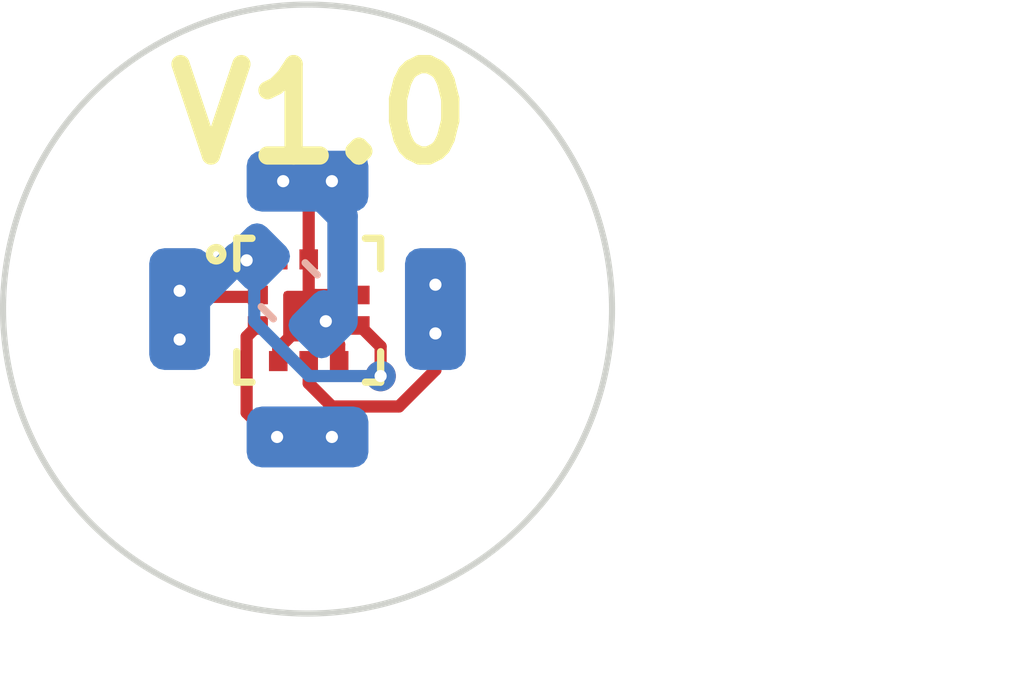
<source format=kicad_pcb>
(kicad_pcb (version 20211014) (generator pcbnew)
  (layers (0 "F.Cu" signal) (31 "B.Cu" signal) (34 "B.Paste" user) (35 "F.Paste" user) (36 "B.SilkS" user "B.Silkscreen") (37 "F.SilkS" user "F.Silkscreen") (38 "B.Mask" user) (39 "F.Mask" user) (44 "Edge.Cuts" user))
  (net 0 "")
  (net 1 "Net-(J1-Pad1)")
  (net 2 "Net-(J2-Pad1)")
  (net 3 "/VCC")
  (net 4 "/GND")
  (footprint "Bergi:HLGA-10L" (layer "F.Cu") (at 163 74)
    (fp_text reference "U1" hide)
    (fp_text value "ILPS22QS" hide)
    (fp_line (start -1.162 -1.162) (end -1.162 -0.662503) (layer "F.SilkS") (width 0.12))
    (fp_line (start -1.162 1.2002) (end -0.912566 1.2002) (layer "F.SilkS") (width 0.12))
    (fp_line (start 1.2002 -0.662503) (end 1.2002 -1.162) (layer "F.SilkS") (width 0.12))
    (fp_line (start 1.2002 1.2002) (end 1.2002 0.700703) (layer "F.SilkS") (width 0.12))
    (fp_line (start -0.912566 -1.162) (end -1.162 -1.162) (layer "F.SilkS") (width 0.12))
    (fp_line (start 1.2002 -1.162) (end 0.950766 -1.162) (layer "F.SilkS") (width 0.12))
    (fp_line (start -1.162 0.700703) (end -1.162 1.2002) (layer "F.SilkS") (width 0.12))
    (fp_line (start 0.950766 1.2002) (end 1.2002 1.2002) (layer "F.SilkS") (width 0.12))
    (fp_circle (center -1.5 -0.9) (end -1.45 -0.9) (layer "F.SilkS") (width 0.12) (fill none))
    (pad "1" smd rect (at -0.815801 -0.230963 90) (size 0.3048 0.3302) (layers "F.Cu" "F.Paste" "F.Mask") (net 3 "/VCC"))
    (pad "2" smd rect (at -0.815801 0.269163 90) (size 0.3048 0.3302) (layers "F.Cu" "F.Paste" "F.Mask") (net 1 "Net-(J1-Pad1)"))
    (pad "3" smd rect (at -0.481026 0.854001) (size 0.3048 0.3302) (layers "F.Cu" "F.Paste" "F.Mask") (net 4 "/GND"))
    (pad "4" smd rect (at 0.0191 0.854001) (size 0.3048 0.3302) (layers "F.Cu" "F.Paste" "F.Mask") (net 2 "Net-(J2-Pad1)"))
    (pad "5" smd rect (at 0.519226 0.854001) (size 0.3048 0.3302) (layers "F.Cu" "F.Paste" "F.Mask") (net 4 "/GND"))
    (pad "6" smd rect (at 0.854001 0.269163 90) (size 0.3048 0.3302) (layers "F.Cu" "F.Paste" "F.Mask") (net 3 "/VCC"))
    (pad "7" smd rect (at 0.854001 -0.230963 90) (size 0.3048 0.3302) (layers "F.Cu" "F.Paste" "F.Mask") (net 4 "/GND"))
    (pad "8" smd rect (at 0.519226 -0.815801) (size 0.3048 0.3302) (layers "F.Cu" "F.Paste" "F.Mask") (net 4 "/GND"))
    (pad "9" smd rect (at 0.0191 -0.815801) (size 0.3048 0.3302) (layers "F.Cu" "F.Paste" "F.Mask") (net 4 "/GND"))
    (pad "10" smd rect (at -0.481026 -0.815801) (size 0.3048 0.3302) (layers "F.Cu" "F.Paste" "F.Mask") (net 3 "/VCC"))
  )
  (footprint "Capacitor_SMD:C_0603_1608Metric" (layer "B.Cu") (at 162.7 73.7 -45)
    (fp_text reference "C1" hide)
    (fp_text value "C" hide)
    (fp_line (start -0.14058 -0.51) (end 0.14058 -0.51) (layer "B.SilkS") (width 0.12))
    (fp_line (start -0.14058 0.51) (end 0.14058 0.51) (layer "B.SilkS") (width 0.12))
    (pad "1" smd roundrect (at -0.775 0 315) (size 0.9 0.95) (layers "B.Cu" "B.Paste" "B.Mask") (net 3 "/VCC"))
    (pad "2" smd roundrect (at 0.775 0 315) (size 0.9 0.95) (layers "B.Cu" "B.Paste" "B.Mask") (net 4 "/GND"))
  )
  (footprint "Connector_Wire:SolderWirePad_1x01_SMD_1x2mm" (layer "B.Cu") (at 163 71.9 -90)
    (fp_text reference "J4" hide)
    (fp_text value "Conn_01x01" hide)
    (pad "1" smd roundrect (at 0 0 270) (size 1 2) (layers "B.Cu" "B.Paste" "B.Mask") (net 4 "/GND"))
  )
  (footprint "Connector_Wire:SolderWirePad_1x01_SMD_1x2mm" (layer "B.Cu") (at 160.9 74 180)
    (fp_text reference "J3" hide)
    (fp_text value "Conn_01x01" hide)
    (pad "1" smd roundrect (at 0 0 180) (size 1 2) (layers "B.Cu" "B.Paste" "B.Mask") (net 3 "/VCC"))
  )
  (footprint "Connector_Wire:SolderWirePad_1x01_SMD_1x2mm" (layer "B.Cu") (at 163 76.1 90)
    (fp_text reference "J1" hide)
    (fp_text value "Conn_01x01" hide)
    (pad "1" smd roundrect (at 0 0 90) (size 1 2) (layers "B.Cu" "B.Paste" "B.Mask") (net 1 "Net-(J1-Pad1)"))
  )
  (footprint "Connector_Wire:SolderWirePad_1x01_SMD_1x2mm" (layer "B.Cu") (at 165.1 74)
    (fp_text reference "J2" hide)
    (fp_text value "Conn_01x01" hide)
    (pad "1" smd roundrect (at 0 0) (size 1 2) (layers "B.Cu" "B.Paste" "B.Mask") (net 2 "Net-(J2-Pad1)"))
  )
  (gr_circle (center 163 74) (end 168 74) (layer "Edge.Cuts") (width 0.1) (fill none))
  (gr_text "V1.0" (at 163.2 70.8) (layer "F.SilkS") (effects (font (size 1.5 1.5) (thickness 0.3))))
  (segment (start 162.5 76.1) (end 162.4 76.1) (width 0.2) (layer "F.Cu") (net 1))
  (segment (start 162.4 76.1) (end 162 75.7) (width 0.2) (layer "F.Cu") (net 1))
  (segment (start 162 75.7) (end 162 74.453362) (width 0.2) (layer "F.Cu") (net 1))
  (segment (start 162 74.453362) (end 162.184199 74.269163) (width 0.2) (layer "F.Cu") (net 1))
  (segment (start 162.5 76.1) (end 163.4 76.1) (width 0.2) (layer "F.Cu") (net 1))
  (via (at 163.4 76.1) (size 0.5) (drill 0.2) (layers "F.Cu" "B.Cu") (net 1))
  (via (at 162.5 76.1) (size 0.5) (drill 0.2) (layers "F.Cu" "B.Cu") (net 1))
  (segment (start 163.0191 75.219101) (end 163.0191 74.854001) (width 0.2) (layer "F.Cu") (net 2))
  (segment (start 165.1 74.4) (end 165.1 73.6) (width 0.2) (layer "F.Cu") (net 2))
  (segment (start 163.4 75.6) (end 163.0191 75.219101) (width 0.2) (layer "F.Cu") (net 2))
  (segment (start 165.1 75) (end 164.5 75.6) (width 0.2) (layer "F.Cu") (net 2))
  (segment (start 165.1 74.4) (end 165.1 75) (width 0.2) (layer "F.Cu") (net 2))
  (segment (start 164.5 75.6) (end 163.4 75.6) (width 0.2) (layer "F.Cu") (net 2))
  (via (at 165.1 73.6) (size 0.5) (drill 0.2) (layers "F.Cu" "B.Cu") (net 2))
  (via (at 165.1 74.4) (size 0.5) (drill 0.2) (layers "F.Cu" "B.Cu") (net 2))
  (segment (start 162.153236 73.8) (end 162.184199 73.769037) (width 0.2) (layer "F.Cu") (net 3))
  (segment (start 162.184199 73.769037) (end 162.184199 73.315801) (width 0.2) (layer "F.Cu") (net 3))
  (segment (start 161 73.8) (end 162.153236 73.8) (width 0.2) (layer "F.Cu") (net 3))
  (segment (start 160.9 73.7) (end 160.9 74.5) (width 0.2) (layer "F.Cu") (net 3))
  (segment (start 162.315801 73.184199) (end 162.518974 73.184199) (width 0.2) (layer "F.Cu") (net 3))
  (segment (start 160.9 73.7) (end 161 73.8) (width 0.2) (layer "F.Cu") (net 3))
  (segment (start 162.184199 73.769037) (end 162.184199 73.384199) (width 0.2) (layer "F.Cu") (net 3))
  (segment (start 164.2 74.615162) (end 163.854001 74.269163) (width 0.2) (layer "F.Cu") (net 3))
  (segment (start 162.518974 73.184199) (end 162.015801 73.184199) (width 0.2) (layer "F.Cu") (net 3))
  (segment (start 164.2 75.1) (end 164.2 74.615162) (width 0.2) (layer "F.Cu") (net 3))
  (via (at 160.9 73.7) (size 0.5) (drill 0.2) (layers "F.Cu" "B.Cu") (net 3))
  (via (at 164.2 75.1) (size 0.5) (drill 0.2) (layers "F.Cu" "B.Cu") (net 3))
  (via (at 162 73.2) (size 0.5) (drill 0.2) (layers "F.Cu" "B.Cu") (net 3))
  (via (at 160.9 74.5) (size 0.5) (drill 0.2) (layers "F.Cu" "B.Cu") (net 3))
  (segment (start 164.2 75.1) (end 163.025 75.1) (width 0.2) (layer "B.Cu") (net 3))
  (segment (start 162.125 74.2) (end 162.125 73.178984) (width 0.2) (layer "B.Cu") (net 3))
  (segment (start 162.151992 73.151992) (end 161.848008 73.151992) (width 0.5) (layer "B.Cu") (net 3))
  (segment (start 161.848008 73.151992) (end 160.9 74.1) (width 0.5) (layer "B.Cu") (net 3))
  (segment (start 163.025 75.1) (end 162.125 74.2) (width 0.2) (layer "B.Cu") (net 3))
  (segment (start 163.4 71.9) (end 163.0191 72.2809) (width 0.2) (layer "F.Cu") (net 4))
  (segment (start 163.130963 73.769037) (end 163.0191 73.8809) (width 0.2) (layer "F.Cu") (net 4))
  (segment (start 162.733769 74.433769) (end 162.735838 74.4317) (width 0.2) (layer "F.Cu") (net 4))
  (segment (start 163.0191 72.2809) (end 162.9809 72.2809) (width 0.2) (layer "F.Cu") (net 4))
  (segment (start 163.519226 73.680774) (end 163.430963 73.769037) (width 0.2) (layer "F.Cu") (net 4))
  (segment (start 163.519226 74.582627) (end 163.3683 74.4317) (width 0.2) (layer "F.Cu") (net 4))
  (segment (start 162.9809 72.2809) (end 162.6 71.9) (width 0.2) (layer "F.Cu") (net 4))
  (segment (start 163 73.9) (end 163.0191 73.8809) (width 0.2) (layer "F.Cu") (net 4))
  (segment (start 163.0191 74.082501) (end 163.0191 73.8809) (width 0.2) (layer "F.Cu") (net 4))
  (segment (start 163.0191 73.184199) (end 163.0191 73.8809) (width 0.2) (layer "F.Cu") (net 4))
  (segment (start 163.854001 73.769037) (end 163.430963 73.769037) (width 0.2) (layer "F.Cu") (net 4))
  (segment (start 162.518974 74.648563) (end 162.518974 74.854001) (width 0.2) (layer "F.Cu") (net 4))
  (segment (start 162.733769 74.433769) (end 162.518974 74.648563) (width 0.2) (layer "F.Cu") (net 4))
  (segment (start 163.519226 73.184199) (end 163.519226 73.680774) (width 0.2) (layer "F.Cu") (net 4))
  (segment (start 163.3 74.2) (end 162.967537 74.2) (width 0.2) (layer "F.Cu") (net 4))
  (segment (start 163.3683 74.4317) (end 163.0191 74.082501) (width 0.2) (layer "F.Cu") (net 4))
  (segment (start 163.430963 73.769037) (end 163.130963 73.769037) (width 0.2) (layer "F.Cu") (net 4))
  (segment (start 163 74.2) (end 163 73.9) (width 0.2) (layer "F.Cu") (net 4))
  (segment (start 163.519226 74.854001) (end 163.519226 74.582627) (width 0.2) (layer "F.Cu") (net 4))
  (segment (start 163.3 73.9) (end 163.430963 73.769037) (width 0.2) (layer "F.Cu") (net 4))
  (segment (start 163.0191 72.2809) (end 163.0191 73.184199) (width 0.2) (layer "F.Cu") (net 4))
  (segment (start 163.3 74.2) (end 163.3 73.9) (width 0.2) (layer "F.Cu") (net 4))
  (segment (start 163.3 74.2) (end 163 74.2) (width 0.2) (layer "F.Cu") (net 4))
  (segment (start 162.967537 74.2) (end 162.733769 74.433769) (width 0.2) (layer "F.Cu") (net 4))
  (segment (start 162.735838 74.4317) (end 163.3683 74.4317) (width 0.2) (layer "F.Cu") (net 4))
  (via (at 163.3 74.2) (size 0.5) (drill 0.2) (layers "F.Cu" "B.Cu") (net 4))
  (via (at 163.4 71.9) (size 0.5) (drill 0.2) (layers "F.Cu" "B.Cu") (net 4))
  (via (at 162.6 71.9) (size 0.5) (drill 0.2) (layers "F.Cu" "B.Cu") (net 4))
  (segment (start 163.3 74.2) (end 163.296016 74.2) (width 0.5) (layer "B.Cu") (net 4))
  (segment (start 163.575 74.2) (end 163.575 72.475) (width 0.5) (layer "B.Cu") (net 4))
  (segment (start 163.575 72.475) (end 163 71.9) (width 0.5) (layer "B.Cu") (net 4))
  (segment (start 163.296016 74.2) (end 163.248008 74.248008) (width 0.5) (layer "B.Cu") (net 4))
  (zone (net 4) (net_name "/GND") (layer "F.Cu") (connect_pads yes (clearance 0.127)) (min_thickness 0.127) (fill yes (thermal_gap 0.508) (thermal_bridge_width 0.508))
    (polygon (pts (xy 163.5 74.5) (xy 162.6 74.5) (xy 162.6 73.7) (xy 163.5 73.7)))
  )
)
</source>
